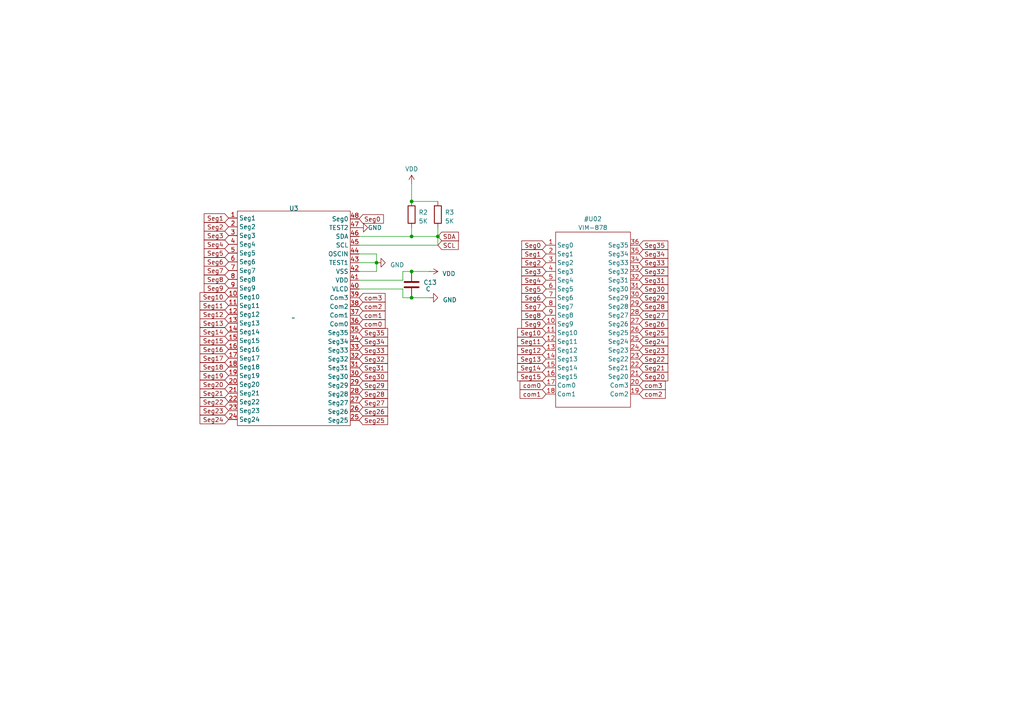
<source format=kicad_sch>
(kicad_sch (version 20230121) (generator eeschema)
  (paper "A4")
  (title_block (title "LCD connection") (date "2023-03-21") (rev "1.0"))
  (lib_symbols
    (symbol "Custom_Eric:BU91797MUF-ME2"
      (property "Reference" "U" (at 0 0 0))
      (symbol "BU91797MUF-ME2_0_1"
        (rectangle (start -16.256 30.988) (end 16.51 -31.242))
      )
      (symbol "BU91797MUF-ME2_1_1"
        (pin input line (at -18.796 28.956 0) (length 2.54) (name "Seg1") (number "1"))
        (pin input line (at -18.796 6.096 0) (length 2.54) (name "Seg10") (number "10"))
        (pin input line (at -18.796 3.556 0) (length 2.54) (name "Seg11") (number "11"))
        (pin input line (at -18.796 1.016 0) (length 2.54) (name "Seg12") (number "12"))
        (pin input line (at -18.796 -1.524 0) (length 2.54) (name "Seg13") (number "13"))
        (pin input line (at -18.796 -4.064 0) (length 2.54) (name "Seg14") (number "14"))
        (pin input line (at -18.796 -6.604 0) (length 2.54) (name "Seg15") (number "15"))
        (pin input line (at -18.796 -9.144 0) (length 2.54) (name "Seg16") (number "16"))
        (pin input line (at -18.796 -11.684 0) (length 2.54) (name "Seg17") (number "17"))
        (pin input line (at -18.796 -14.224 0) (length 2.54) (name "Seg18") (number "18"))
        (pin input line (at -18.796 -16.764 0) (length 2.54) (name "Seg19") (number "19"))
        (pin input line (at -18.796 26.416 0) (length 2.54) (name "Seg2") (number "2"))
        (pin input line (at -18.796 -19.304 0) (length 2.54) (name "Seg20") (number "20"))
        (pin input line (at -18.796 -21.844 0) (length 2.54) (name "Seg21") (number "21"))
        (pin input line (at -18.796 -24.384 0) (length 2.54) (name "Seg22") (number "22"))
        (pin input line (at -18.796 -26.924 0) (length 2.54) (name "Seg23") (number "23"))
        (pin input line (at -18.796 -29.464 0) (length 2.54) (name "Seg24") (number "24"))
        (pin input line (at 19.05 -29.718 180) (length 2.54) (name "Seg25") (number "25"))
        (pin input line (at 19.05 -27.178 180) (length 2.54) (name "Seg26") (number "26"))
        (pin input line (at 19.05 -24.638 180) (length 2.54) (name "Seg27") (number "27"))
        (pin input line (at 19.05 -22.098 180) (length 2.54) (name "Seg28") (number "28"))
        (pin input line (at 19.05 -19.558 180) (length 2.54) (name "Seg29") (number "29"))
        (pin input line (at -18.796 23.876 0) (length 2.54) (name "Seg3") (number "3"))
        (pin input line (at 19.05 -17.018 180) (length 2.54) (name "Seg30") (number "30"))
        (pin input line (at 19.05 -14.478 180) (length 2.54) (name "Seg31") (number "31"))
        (pin input line (at 19.05 -11.938 180) (length 2.54) (name "Seg32") (number "32"))
        (pin input line (at 19.05 -9.398 180) (length 2.54) (name "Seg33") (number "33"))
        (pin input line (at 19.05 -6.858 180) (length 2.54) (name "Seg34") (number "34"))
        (pin input line (at 19.05 -4.318 180) (length 2.54) (name "Seg35") (number "35"))
        (pin input line (at 19.05 -1.778 180) (length 2.54) (name "Com0") (number "36"))
        (pin input line (at 19.05 0.762 180) (length 2.54) (name "Com1") (number "37"))
        (pin input line (at 19.05 3.302 180) (length 2.54) (name "Com2") (number "38"))
        (pin input line (at 19.05 5.842 180) (length 2.54) (name "Com3") (number "39"))
        (pin input line (at -18.796 21.336 0) (length 2.54) (name "Seg4") (number "4"))
        (pin power_out line (at 19.05 8.382 180) (length 2.54) (name "VLCD") (number "40"))
        (pin power_in line (at 19.05 10.922 180) (length 2.54) (name "VDD") (number "41"))
        (pin power_in line (at 19.05 13.462 180) (length 2.54) (name "VSS") (number "42"))
        (pin input line (at 19.05 16.002 180) (length 2.54) (name "TEST1") (number "43"))
        (pin input line (at 19.05 18.542 180) (length 2.54) (name "OSCIN") (number "44"))
        (pin input line (at 19.05 21.082 180) (length 2.54) (name "SCL") (number "45"))
        (pin input line (at 19.05 23.622 180) (length 2.54) (name "SDA") (number "46"))
        (pin input line (at 19.05 26.162 180) (length 2.54) (name "TEST2") (number "47"))
        (pin input line (at 19.05 28.702 180) (length 2.54) (name "Seg0") (number "48"))
        (pin input line (at -18.796 18.796 0) (length 2.54) (name "Seg5") (number "5"))
        (pin input line (at -18.796 16.256 0) (length 2.54) (name "Seg6") (number "6"))
        (pin input line (at -18.796 13.716 0) (length 2.54) (name "Seg7") (number "7"))
        (pin input line (at -18.796 11.176 0) (length 2.54) (name "Seg8") (number "8"))
        (pin input line (at -18.796 8.636 0) (length 2.54) (name "Seg9") (number "9"))
      )
    )
    (symbol "Custom_Eric:VIM-878" (power) (in_bom no) (on_board no)
      (property "Reference" "U" (at 0 -3.048 0))
      (property "Value" "VIM-878" (at 0 0 0))
      (symbol "VIM-878_0_1"
        (rectangle (start -25.4 10.16) (end 25.4 -11.557))
      )
      (symbol "VIM-878_1_1"
        (pin input line (at -21.59 -14.224 90) (length 2.54) (name "Seg0") (number "1"))
        (pin input line (at 1.27 -14.224 90) (length 2.54) (name "Seg9") (number "10"))
        (pin input line (at 3.81 -14.224 90) (length 2.54) (name "Seg10") (number "11"))
        (pin input line (at 6.35 -14.224 90) (length 2.54) (name "Seg11") (number "12"))
        (pin input line (at 8.89 -14.224 90) (length 2.54) (name "Seg12") (number "13"))
        (pin input line (at 11.43 -14.224 90) (length 2.54) (name "Seg13") (number "14"))
        (pin input line (at 13.97 -14.224 90) (length 2.54) (name "Seg14") (number "15"))
        (pin input line (at 16.51 -14.224 90) (length 2.54) (name "Seg15") (number "16"))
        (pin input line (at 19.05 -14.224 90) (length 2.54) (name "Com0") (number "17"))
        (pin input line (at 21.59 -14.224 90) (length 2.54) (name "Com1") (number "18"))
        (pin input line (at 21.59 12.7 270) (length 2.54) (name "Com2") (number "19"))
        (pin input line (at -19.05 -14.224 90) (length 2.54) (name "Seg1") (number "2"))
        (pin input line (at 19.05 12.7 270) (length 2.54) (name "Com3") (number "20"))
        (pin input line (at 16.51 12.7 270) (length 2.54) (name "Seg20") (number "21"))
        (pin input line (at 13.97 12.7 270) (length 2.54) (name "Seg21") (number "22"))
        (pin input line (at 11.43 12.7 270) (length 2.54) (name "Seg22") (number "23"))
        (pin input line (at 8.89 12.7 270) (length 2.54) (name "Seg23") (number "24"))
        (pin input line (at 6.35 12.7 270) (length 2.54) (name "Seg24") (number "25"))
        (pin input line (at 3.81 12.7 270) (length 2.54) (name "Seg25") (number "26"))
        (pin input line (at 1.27 12.7 270) (length 2.54) (name "Seg26") (number "27"))
        (pin input line (at -1.27 12.7 270) (length 2.54) (name "Seg27") (number "28"))
        (pin input line (at -3.81 12.7 270) (length 2.54) (name "Seg28") (number "29"))
        (pin input line (at -16.51 -14.224 90) (length 2.54) (name "Seg2") (number "3"))
        (pin input line (at -6.35 12.7 270) (length 2.54) (name "Seg29") (number "30"))
        (pin input line (at -8.89 12.7 270) (length 2.54) (name "Seg30") (number "31"))
        (pin input line (at -11.43 12.7 270) (length 2.54) (name "Seg31") (number "32"))
        (pin input line (at -13.97 12.7 270) (length 2.54) (name "Seg32") (number "33"))
        (pin input line (at -16.51 12.7 270) (length 2.54) (name "Seg33") (number "34"))
        (pin input line (at -19.05 12.7 270) (length 2.54) (name "Seg34") (number "35"))
        (pin input line (at -21.59 12.7 270) (length 2.54) (name "Seg35") (number "36"))
        (pin input line (at -13.97 -14.224 90) (length 2.54) (name "Seg3") (number "4"))
        (pin input line (at -11.43 -14.224 90) (length 2.54) (name "Seg4") (number "5"))
        (pin input line (at -8.89 -14.224 90) (length 2.54) (name "Seg5") (number "6"))
        (pin input line (at -6.35 -14.224 90) (length 2.54) (name "Seg6") (number "7"))
        (pin input line (at -3.81 -14.224 90) (length 2.54) (name "Seg7") (number "8"))
        (pin input line (at -1.27 -14.224 90) (length 2.54) (name "Seg8") (number "9"))
      )
    )
    (symbol "Device:C" (pin_numbers hide) (pin_names (offset 0.254))
      (property "Reference" "C" (at 0.635 2.54 0))
      (property "Value" "C" (at 0.635 -2.54 0))
      (symbol "C_0_1"
        (polyline (pts (xy -2.032 -0.762) (xy 2.032 -0.762)) (stroke (width 0.508)))
        (polyline (pts (xy -2.032 0.762) (xy 2.032 0.762)) (stroke (width 0.508)))
      )
      (symbol "C_1_1"
        (pin passive line (at 0 3.81 270) (length 2.794) (name "~") (number "1"))
        (pin passive line (at 0 -3.81 90) (length 2.794) (name "~") (number "2"))
      )
    )
    (symbol "Device:R" (pin_numbers hide) (pin_names (offset 0))
      (property "Reference" "R" (at 2.032 0 90))
      (property "Value" "R" (at 0 0 90))
      (symbol "R_0_1"
        (rectangle (start -1.016 -2.54) (end 1.016 2.54) (stroke (width 0.254)))
      )
      (symbol "R_1_1"
        (pin passive line (at 0 3.81 270) (length 1.27) (name "~") (number "1"))
        (pin passive line (at 0 -3.81 90) (length 1.27) (name "~") (number "2"))
      )
    )
    (symbol "power:GND" (power) (pin_names (offset 0))
      (property "Value" "GND" (at 0 -3.81 0))
      (symbol "GND_0_1"
        (polyline (pts (xy 0 0) (xy 0 -1.27) (xy 1.27 -1.27) (xy 0 -2.54) (xy -1.27 -1.27) (xy 0 -1.27)))
      )
      (symbol "GND_1_1"
        (pin power_in line (at 0 0 270) (length 0) hide (name "GND") (number "1"))
      )
    )
    (symbol "power:VDD" (power) (pin_names (offset 0))
      (property "Value" "VDD" (at 0 3.81 0))
      (symbol "VDD_0_1"
        (polyline (pts (xy -0.762 1.27) (xy 0 2.54)))
        (polyline (pts (xy 0 0) (xy 0 2.54)))
        (polyline (pts (xy 0 2.54) (xy 0.762 1.27)))
      )
      (symbol "VDD_1_1"
        (pin power_in line (at 0 0 90) (length 0) hide (name "VDD") (number "1"))
      )
    )
  )
  (junction (at 119.38 78.74))
  (junction (at 119.38 58.42))
  (junction (at 109.22 76.2))
  (junction (at 119.38 86.36))
  (junction (at 127 68.58))
  (junction (at 119.38 68.58))
  (wire (pts (xy 158.3944 76.2) (xy 158.496 76.2)))
  (wire (pts (xy 104.14 81.28) (xy 116.84 81.28)))
  (wire (pts (xy 116.84 81.28) (xy 116.84 78.74)))
  (wire (pts (xy 158.3944 71.12) (xy 158.496 71.12)))
  (wire (pts (xy 158.3944 96.52) (xy 158.496 96.52)))
  (wire (pts (xy 127 66.04) (xy 127 68.58)))
  (wire (pts (xy 127 68.58) (xy 119.38 68.58)))
  (wire (pts (xy 158.3944 73.66) (xy 158.496 73.66)))
  (wire (pts (xy 109.22 73.66) (xy 109.22 76.2)))
  (wire (pts (xy 158.3944 111.76) (xy 158.496 111.76)))
  (wire (pts (xy 158.3944 109.22) (xy 158.496 109.22)))
  (wire (pts (xy 104.14 71.12) (xy 127 71.12)))
  (wire (pts (xy 158.3944 88.9) (xy 158.496 88.9)))
  (wire (pts (xy 158.3944 104.14) (xy 158.496 104.14)))
  (wire (pts (xy 158.3944 86.36) (xy 158.496 86.36)))
  (wire (pts (xy 119.38 78.74) (xy 124.46 78.74)))
  (wire (pts (xy 104.14 83.82) (xy 116.84 83.82)))
  (wire (pts (xy 158.3944 81.28) (xy 158.496 81.28)))
  (wire (pts (xy 116.84 86.36) (xy 119.38 86.36)))
  (wire (pts (xy 119.38 66.04) (xy 119.38 68.58)))
  (wire (pts (xy 104.14 76.2) (xy 109.22 76.2)))
  (wire (pts (xy 158.3944 93.98) (xy 158.496 93.98)))
  (wire (pts (xy 119.38 53.34) (xy 119.38 58.42)))
  (wire (pts (xy 119.38 58.42) (xy 127 58.42)))
  (wire (pts (xy 158.3944 83.82) (xy 158.496 83.82)))
  (wire (pts (xy 116.84 78.74) (xy 119.38 78.74)))
  (wire (pts (xy 119.38 86.36) (xy 124.46 86.36)))
  (wire (pts (xy 158.3944 99.06) (xy 158.496 99.06)))
  (wire (pts (xy 104.14 73.66) (xy 109.22 73.66)))
  (wire (pts (xy 158.3944 101.6) (xy 158.496 101.6)))
  (wire (pts (xy 158.3944 91.44) (xy 158.496 91.44)))
  (wire (pts (xy 119.38 68.58) (xy 104.14 68.58)))
  (wire (pts (xy 127 68.58) (xy 127 71.12)))
  (wire (pts (xy 158.3944 106.68) (xy 158.496 106.68)))
  (wire (pts (xy 104.14 78.74) (xy 109.22 78.74)))
  (wire (pts (xy 109.22 76.2) (xy 109.22 78.74)))
  (wire (pts (xy 116.84 83.82) (xy 116.84 86.36)))
  (wire (pts (xy 158.3944 78.74) (xy 158.496 78.74)))
  (wire (pts (xy 158.3944 114.3) (xy 158.496 114.3)))
  (global_label "Seg22" (shape input) (at 185.42 104.14 0) (property "Intersheetrefs" "${INTERSHEET_REFS}" (effects hide)))
  (global_label "com3" (shape input) (at 185.42 111.76 0) (property "Intersheetrefs" "${INTERSHEET_REFS}" (effects hide)))
  (global_label "Seg28" (shape input) (at 185.42 88.9 0) (property "Intersheetrefs" "${INTERSHEET_REFS}" (effects hide)))
  (global_label "Seg26" (shape input) (at 104.14 119.38 0) (property "Intersheetrefs" "${INTERSHEET_REFS}" (effects hide)))
  (global_label "Seg26" (shape input) (at 185.42 93.98 0) (property "Intersheetrefs" "${INTERSHEET_REFS}" (effects hide)))
  (global_label "Seg13" (shape input) (at 66.294 93.726 180) (property "Intersheetrefs" "${INTERSHEET_REFS}" (effects hide)))
  (global_label "Seg21" (shape input) (at 66.294 114.046 180) (property "Intersheetrefs" "${INTERSHEET_REFS}" (effects hide)))
  (global_label "Seg2" (shape input) (at 66.294 65.786 180) (property "Intersheetrefs" "${INTERSHEET_REFS}" (effects hide)))
  (global_label "Seg10" (shape input) (at 158.3944 96.52 180) (property "Intersheetrefs" "${INTERSHEET_REFS}" (effects hide)))
  (global_label "SDA" (shape input) (at 127 68.58 0) (property "Intersheetrefs" "${INTERSHEET_REFS}" (effects hide)))
  (global_label "Seg32" (shape input) (at 185.42 78.74 0) (property "Intersheetrefs" "${INTERSHEET_REFS}" (effects hide)))
  (global_label "Seg7" (shape input) (at 66.294 78.486 180) (property "Intersheetrefs" "${INTERSHEET_REFS}" (effects hide)))
  (global_label "Seg20" (shape input) (at 66.294 111.506 180) (property "Intersheetrefs" "${INTERSHEET_REFS}" (effects hide)))
  (global_label "Seg33" (shape input) (at 185.42 76.2 0) (property "Intersheetrefs" "${INTERSHEET_REFS}" (effects hide)))
  (global_label "Seg9" (shape input) (at 66.294 83.566 180) (property "Intersheetrefs" "${INTERSHEET_REFS}" (effects hide)))
  (global_label "Seg8" (shape input) (at 66.294 81.026 180) (property "Intersheetrefs" "${INTERSHEET_REFS}" (effects hide)))
  (global_label "Seg5" (shape input) (at 66.294 73.406 180) (property "Intersheetrefs" "${INTERSHEET_REFS}" (effects hide)))
  (global_label "Seg33" (shape input) (at 104.14 101.6 0) (property "Intersheetrefs" "${INTERSHEET_REFS}" (effects hide)))
  (global_label "Seg14" (shape input) (at 66.294 96.266 180) (property "Intersheetrefs" "${INTERSHEET_REFS}" (effects hide)))
  (global_label "Seg12" (shape input) (at 66.294 91.186 180) (property "Intersheetrefs" "${INTERSHEET_REFS}" (effects hide)))
  (global_label "Seg27" (shape input) (at 185.42 91.44 0) (property "Intersheetrefs" "${INTERSHEET_REFS}" (effects hide)))
  (global_label "Seg15" (shape input) (at 66.294 98.806 180) (property "Intersheetrefs" "${INTERSHEET_REFS}" (effects hide)))
  (global_label "Seg25" (shape input) (at 185.42 96.52 0) (property "Intersheetrefs" "${INTERSHEET_REFS}" (effects hide)))
  (global_label "com0" (shape input) (at 104.14 93.98 0) (property "Intersheetrefs" "${INTERSHEET_REFS}" (effects hide)))
  (global_label "Seg35" (shape input) (at 104.14 96.52 0) (property "Intersheetrefs" "${INTERSHEET_REFS}" (effects hide)))
  (global_label "Seg35" (shape input) (at 185.42 71.12 0) (property "Intersheetrefs" "${INTERSHEET_REFS}" (effects hide)))
  (global_label "Seg18" (shape input) (at 66.294 106.426 180) (property "Intersheetrefs" "${INTERSHEET_REFS}" (effects hide)))
  (global_label "Seg0" (shape input) (at 158.3944 71.12 180) (property "Intersheetrefs" "${INTERSHEET_REFS}" (effects hide)))
  (global_label "com1" (shape input) (at 104.14 91.44 0) (property "Intersheetrefs" "${INTERSHEET_REFS}" (effects hide)))
  (global_label "Seg19" (shape input) (at 66.294 108.966 180) (property "Intersheetrefs" "${INTERSHEET_REFS}" (effects hide)))
  (global_label "Seg14" (shape input) (at 158.3944 106.68 180) (property "Intersheetrefs" "${INTERSHEET_REFS}" (effects hide)))
  (global_label "Seg1" (shape input) (at 66.294 63.246 180) (property "Intersheetrefs" "${INTERSHEET_REFS}" (effects hide)))
  (global_label "com2" (shape input) (at 104.14 88.9 0) (property "Intersheetrefs" "${INTERSHEET_REFS}" (effects hide)))
  (global_label "Seg27" (shape input) (at 104.14 116.84 0) (property "Intersheetrefs" "${INTERSHEET_REFS}" (effects hide)))
  (global_label "Seg30" (shape input) (at 185.42 83.82 0) (property "Intersheetrefs" "${INTERSHEET_REFS}" (effects hide)))
  (global_label "Seg29" (shape input) (at 185.42 86.36 0) (property "Intersheetrefs" "${INTERSHEET_REFS}" (effects hide)))
  (global_label "Seg8" (shape input) (at 158.3944 91.44 180) (property "Intersheetrefs" "${INTERSHEET_REFS}" (effects hide)))
  (global_label "Seg11" (shape input) (at 158.3944 99.06 180) (property "Intersheetrefs" "${INTERSHEET_REFS}" (effects hide)))
  (global_label "Seg3" (shape input) (at 158.3944 78.74 180) (property "Intersheetrefs" "${INTERSHEET_REFS}" (effects hide)))
  (global_label "Seg25" (shape input) (at 104.14 121.92 0) (property "Intersheetrefs" "${INTERSHEET_REFS}" (effects hide)))
  (global_label "Seg28" (shape input) (at 104.14 114.3 0) (property "Intersheetrefs" "${INTERSHEET_REFS}" (effects hide)))
  (global_label "Seg6" (shape input) (at 66.294 75.946 180) (property "Intersheetrefs" "${INTERSHEET_REFS}" (effects hide)))
  (global_label "com2" (shape input) (at 185.42 114.3 0) (property "Intersheetrefs" "${INTERSHEET_REFS}" (effects hide)))
  (global_label "Seg5" (shape input) (at 158.3944 83.82 180) (property "Intersheetrefs" "${INTERSHEET_REFS}" (effects hide)))
  (global_label "Seg20" (shape input) (at 185.42 109.22 0) (property "Intersheetrefs" "${INTERSHEET_REFS}" (effects hide)))
  (global_label "Seg7" (shape input) (at 158.3944 88.9 180) (property "Intersheetrefs" "${INTERSHEET_REFS}" (effects hide)))
  (global_label "Seg16" (shape input) (at 66.294 101.346 180) (property "Intersheetrefs" "${INTERSHEET_REFS}" (effects hide)))
  (global_label "Seg31" (shape input) (at 185.42 81.28 0) (property "Intersheetrefs" "${INTERSHEET_REFS}" (effects hide)))
  (global_label "Seg12" (shape input) (at 158.3944 101.6 180) (property "Intersheetrefs" "${INTERSHEET_REFS}" (effects hide)))
  (global_label "Seg31" (shape input) (at 104.14 106.68 0) (property "Intersheetrefs" "${INTERSHEET_REFS}" (effects hide)))
  (global_label "Seg17" (shape input) (at 66.294 103.886 180) (property "Intersheetrefs" "${INTERSHEET_REFS}" (effects hide)))
  (global_label "Seg15" (shape input) (at 158.3944 109.22 180) (property "Intersheetrefs" "${INTERSHEET_REFS}" (effects hide)))
  (global_label "Seg0" (shape input) (at 104.14 63.5 0) (property "Intersheetrefs" "${INTERSHEET_REFS}" (effects hide)))
  (global_label "Seg4" (shape input) (at 158.3944 81.28 180) (property "Intersheetrefs" "${INTERSHEET_REFS}" (effects hide)))
  (global_label "Seg9" (shape input) (at 158.3944 93.98 180) (property "Intersheetrefs" "${INTERSHEET_REFS}" (effects hide)))
  (global_label "Seg30" (shape input) (at 104.14 109.22 0) (property "Intersheetrefs" "${INTERSHEET_REFS}" (effects hide)))
  (global_label "Seg6" (shape input) (at 158.3944 86.36 180) (property "Intersheetrefs" "${INTERSHEET_REFS}" (effects hide)))
  (global_label "Seg23" (shape input) (at 66.294 119.126 180) (property "Intersheetrefs" "${INTERSHEET_REFS}" (effects hide)))
  (global_label "SCL" (shape input) (at 127 71.12 0) (property "Intersheetrefs" "${INTERSHEET_REFS}" (effects hide)))
  (global_label "Seg1" (shape input) (at 158.3944 73.66 180) (property "Intersheetrefs" "${INTERSHEET_REFS}" (effects hide)))
  (global_label "Seg34" (shape input) (at 185.42 73.66 0) (property "Intersheetrefs" "${INTERSHEET_REFS}" (effects hide)))
  (global_label "com3" (shape input) (at 104.14 86.36 0) (property "Intersheetrefs" "${INTERSHEET_REFS}" (effects hide)))
  (global_label "com0" (shape input) (at 158.3944 111.76 180) (property "Intersheetrefs" "${INTERSHEET_REFS}" (effects hide)))
  (global_label "Seg32" (shape input) (at 104.14 104.14 0) (property "Intersheetrefs" "${INTERSHEET_REFS}" (effects hide)))
  (global_label "Seg23" (shape input) (at 185.42 101.6 0) (property "Intersheetrefs" "${INTERSHEET_REFS}" (effects hide)))
  (global_label "Seg11" (shape input) (at 66.294 88.646 180) (property "Intersheetrefs" "${INTERSHEET_REFS}" (effects hide)))
  (global_label "Seg22" (shape input) (at 66.294 116.586 180) (property "Intersheetrefs" "${INTERSHEET_REFS}" (effects hide)))
  (global_label "Seg3" (shape input) (at 66.294 68.326 180) (property "Intersheetrefs" "${INTERSHEET_REFS}" (effects hide)))
  (global_label "Seg21" (shape input) (at 185.42 106.68 0) (property "Intersheetrefs" "${INTERSHEET_REFS}" (effects hide)))
  (global_label "Seg2" (shape input) (at 158.3944 76.2 180) (property "Intersheetrefs" "${INTERSHEET_REFS}" (effects hide)))
  (global_label "Seg34" (shape input) (at 104.14 99.06 0) (property "Intersheetrefs" "${INTERSHEET_REFS}" (effects hide)))
  (global_label "Seg29" (shape input) (at 104.14 111.76 0) (property "Intersheetrefs" "${INTERSHEET_REFS}" (effects hide)))
  (global_label "Seg4" (shape input) (at 66.294 70.866 180) (property "Intersheetrefs" "${INTERSHEET_REFS}" (effects hide)))
  (global_label "com1" (shape input) (at 158.3944 114.3 180) (property "Intersheetrefs" "${INTERSHEET_REFS}" (effects hide)))
  (global_label "Seg24" (shape input) (at 185.42 99.06 0) (property "Intersheetrefs" "${INTERSHEET_REFS}" (effects hide)))
  (global_label "Seg10" (shape input) (at 66.294 86.106 180) (property "Intersheetrefs" "${INTERSHEET_REFS}" (effects hide)))
  (global_label "Seg24" (shape input) (at 66.294 121.666 180) (property "Intersheetrefs" "${INTERSHEET_REFS}" (effects hide)))
  (global_label "Seg13" (shape input) (at 158.3944 104.14 180) (property "Intersheetrefs" "${INTERSHEET_REFS}" (effects hide)))
  (symbol (lib_id "power:GND") (at 124.46 86.36 90) (unit 1)
    (property "Reference" "#PWR07" (effects hide))
    (property "Value" "GND" (at 128.397 86.995 90) (effects (justify right)))
  )
  (symbol (lib_id "power:VDD") (at 124.46 78.74 270) (unit 1)
    (property "Reference" "#PWR08" (effects hide))
    (property "Value" "VDD" (at 128.27 79.375 90) (effects (justify left)))
  )
  (symbol (lib_id "Device:R") (at 119.38 62.23 0) (unit 1)
    (property "Reference" "R2" (at 121.412 61.595 0) (effects (justify left)))
    (property "Value" "5K" (at 121.412 64.135 0) (effects (justify left)))
  )
  (symbol (lib_id "power:GND") (at 104.14 66.04 90) (unit 1)
    (property "Reference" "#PWR010" (effects hide))
    (property "Value" "GND" (at 106.68 66.04 90) (effects (justify right)))
  )
  (symbol (lib_id "Device:R") (at 127 62.23 0) (unit 1)
    (property "Reference" "R3" (at 129.032 61.595 0) (effects (justify left)))
    (property "Value" "5K" (at 129.032 64.135 0) (effects (justify left)))
  )
  (symbol (lib_id "power:GND") (at 109.22 76.2 90) (unit 1)
    (property "Reference" "#PWR01" (effects hide))
    (property "Value" "GND" (at 113.157 76.835 90) (effects (justify right)))
  )
  (symbol (lib_id "Device:C") (at 119.38 82.55 0) (unit 1)
    (property "Reference" "C13" (at 122.809 81.915 0) (effects (justify left)))
    (property "Value" "C" (at 123.444 83.82 0) (effects (justify left)))
  )
  (symbol (lib_id "Custom_Eric:VIM-878") (at 172.72 92.71 270) (unit 1) (in_bom no) (on_board no)
    (property "Reference" "#U02" (at 171.958 63.5 90))
    (property "Value" "VIM-878" (at 171.958 66.04 90))
  )
  (symbol (lib_id "power:VDD") (at 119.38 53.34 0) (unit 1)
    (property "Reference" "#PWR011" (effects hide))
    (property "Value" "VDD" (at 119.38 49.022 0))
  )
  (symbol (lib_id "Custom_Eric:BU91797MUF-ME2") (at 85.09 92.202 0) (unit 1)
    (property "Reference" "U3" (at 85.217 60.452 0))
    (property "Value" "~" (at 85.09 92.202 0))
  )
)
</source>
